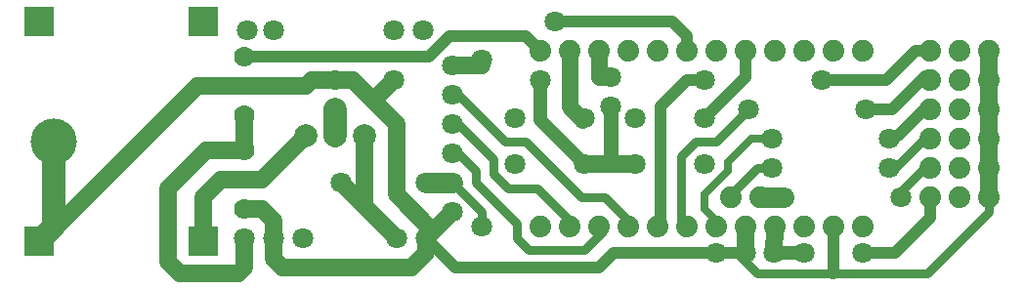
<source format=gtl>
G04 ---------------------------- Layer name :TOP LAYER*
G04 EasyEDA v5.7.26, Thu, 04 Oct 2018 07:00:36 GMT*
G04 bab801e3e9994df8b30bbc7ea68d8503*
G04 Gerber Generator version 0.2*
G04 Scale: 100 percent, Rotated: No, Reflected: No *
G04 Dimensions in millimeters *
G04 leading zeros omitted , absolute positions ,3 integer and 3 decimal *
%FSLAX33Y33*%
%MOMM*%
G90*
G71D02*

%ADD10C,0.499999*%
%ADD11C,0.999998*%
%ADD12C,0.799998*%
%ADD13C,1.499997*%
%ADD14C,1.799996*%
%ADD15C,0.699999*%
%ADD16C,1.399997*%
%ADD17C,1.299997*%
%ADD18C,1.199998*%
%ADD19C,1.999996*%
%ADD20C,1.880006*%
%ADD21C,1.778000*%
%ADD22C,1.879600*%
%ADD23R,2.540000X2.540000*%
%ADD24C,3.999992*%

%LPD*%
G54D11*
G01X79756Y7874D02*
G01X79756Y6096D01*
G01X76708Y3048D01*
G01X73914Y3048D01*
G54D12*
G01X79502Y10668D02*
G01X76962Y8128D01*
G01X79756Y12954D02*
G01X79248Y12954D01*
G01X76454Y10160D01*
G01X76200Y10414D01*
G54D11*
G01X79502Y15748D02*
G01X76962Y13208D01*
G01X79756Y20574D02*
G01X78486Y20574D01*
G01X75946Y18034D01*
G01X70358Y18034D01*
G54D13*
G01X84836Y20574D02*
G01X84836Y18034D01*
G01X84836Y18034D02*
G01X84836Y15494D01*
G01X84836Y15494D02*
G01X84836Y12954D01*
G01X84836Y12954D02*
G01X84836Y10414D01*
G01X84836Y7874D02*
G01X84836Y10414D01*
G01X63754Y5334D02*
G01X63754Y3048D01*
G54D14*
G01X65024Y7874D02*
G01X67056Y7874D01*
G54D11*
G01X79756Y18034D02*
G01X79375Y18415D01*
G01X76454Y15494D01*
G01X74168Y15494D01*
G54D12*
G01X62484Y7874D02*
G01X62357Y8001D01*
G01X64770Y10414D01*
G01X66040Y10414D01*
G54D15*
G01X66040Y12954D02*
G01X64262Y12954D01*
G01X62230Y10922D01*
G01X62230Y10160D01*
G01X60198Y8128D01*
G01X60198Y6858D01*
G01X61468Y5588D01*
G01X61214Y5334D01*
G54D12*
G01X64008Y15494D02*
G01X61214Y12700D01*
G01X59436Y12700D01*
G01X58166Y11430D01*
G01X58166Y5334D01*
G01X58674Y5334D01*
G54D11*
G01X60198Y18034D02*
G01X58674Y18034D01*
G01X56388Y15748D01*
G01X56388Y5588D01*
G01X56134Y5334D01*
G01X60198Y14732D02*
G01X63754Y18288D01*
G01X63754Y20574D01*
G54D16*
G01X49784Y14732D02*
G01X49657Y14605D01*
G01X48514Y15748D01*
G01X48514Y20574D01*
G01X52070Y18288D02*
G01X51054Y18288D01*
G01X51054Y20574D01*
G54D13*
G01X54198Y10731D02*
G01X49784Y10731D01*
G54D17*
G01X52070Y15748D02*
G01X52070Y10815D01*
G01X52011Y10731D01*
G54D12*
G01X38354Y11684D02*
G01X38862Y11684D01*
G01X40386Y10160D01*
G01X40386Y9144D01*
G01X43942Y5588D01*
G01X43942Y4318D01*
G01X44958Y3302D01*
G01X49784Y3302D01*
G01X51435Y4953D01*
G01X51054Y5334D01*
G01X38354Y14224D02*
G01X38862Y14224D01*
G01X41910Y11176D01*
G01X41910Y9906D01*
G01X43180Y8636D01*
G01X45720Y8636D01*
G01X48514Y5842D01*
G01X48514Y5334D01*
G01X38354Y16764D02*
G01X38862Y16764D01*
G01X42926Y12700D01*
G01X44704Y12700D01*
G01X49530Y7874D01*
G01X51562Y7874D01*
G01X53848Y5588D01*
G01X53594Y5334D01*
G54D13*
G01X16764Y4064D02*
G01X16764Y7874D01*
G01X18288Y9398D01*
G01X21844Y9398D01*
G01X25654Y13208D01*
G01X30734Y13208D02*
G01X30734Y7112D01*
G01X33528Y4318D01*
G01X20320Y6858D02*
G01X21844Y6858D01*
G01X22860Y5842D01*
G01X22860Y4318D01*
G01X20320Y11938D02*
G01X17018Y11938D01*
G01X13716Y8636D01*
G01X13716Y2286D01*
G01X14732Y1270D01*
G01X19812Y1270D01*
G01X20320Y1778D01*
G01X20320Y4318D01*
G01X20320Y11938D02*
G01X20320Y14986D01*
G54D11*
G01X20320Y20066D02*
G01X36322Y20066D01*
G01X38100Y21844D01*
G01X44704Y21844D01*
G01X45974Y20574D01*
G54D13*
G01X2540Y4064D02*
G01X2794Y4064D01*
G01X16256Y17526D01*
G01X25654Y17526D01*
G01X26162Y18034D01*
G01X29718Y18034D01*
G01X33528Y14224D01*
G01X33528Y8128D01*
G01X36703Y4953D01*
G01X36068Y4318D01*
G01X38354Y6604D02*
G01X36068Y4318D01*
G01X22860Y4318D02*
G01X22860Y2540D01*
G01X23622Y1778D01*
G01X34798Y1778D01*
G01X36068Y3048D01*
G01X36068Y4318D01*
G54D14*
G01X36068Y9144D02*
G01X38354Y9144D01*
G54D11*
G01X63500Y3048D02*
G01X52324Y3048D01*
G01X51054Y1778D01*
G01X38608Y1778D01*
G01X36068Y4318D01*
G54D12*
G01X40894Y5334D02*
G01X40894Y6604D01*
G01X38354Y9144D01*
G54D18*
G01X45974Y18034D02*
G01X45974Y14541D01*
G01X49784Y10731D01*
G54D13*
G01X33274Y18034D02*
G01X31496Y16256D01*
G01X31496Y16256D01*
G01X28702Y9144D02*
G01X30734Y7112D01*
G54D10*
G01X66212Y3048D02*
G01X68834Y3048D01*
G54D13*
G01X66294Y5334D02*
G01X66294Y5252D01*
G01X66212Y3048D01*
G54D18*
G01X66212Y3048D02*
G01X68834Y3048D01*
G54D11*
G01X47244Y23114D02*
G01X57404Y23114D01*
G01X58674Y21844D01*
G01X58674Y20574D01*
G54D13*
G01X40894Y19812D02*
G01X40894Y19304D01*
G01X38354Y19304D01*
G54D19*
G01X28194Y15494D02*
G01X28194Y13208D01*
G54D12*
G01X61214Y3048D02*
G01X62992Y3048D01*
G01X64770Y1270D01*
G01X79502Y1270D01*
G01X84836Y6604D01*
G01X84836Y7874D01*
G54D11*
G01X71374Y5334D02*
G01X71374Y1270D01*
G01X71264Y1270D01*
G54D19*
G01X3810Y12700D02*
G01X3810Y5334D01*
G01X2540Y4064D01*
G54D20*
G01X65024Y7874D03*
G01X62484Y7874D03*
G54D19*
G01X30734Y13208D03*
G01X28194Y13208D03*
G01X25654Y13208D03*
G54D21*
G01X20320Y6858D03*
G01X20320Y11938D03*
G01X20320Y14986D03*
G01X20320Y20066D03*
G54D14*
G01X61214Y3048D03*
G01X66212Y3048D03*
G01X52070Y18288D03*
G01X52070Y15748D03*
G01X49784Y14732D03*
G01X43784Y14732D03*
G01X49784Y10731D03*
G01X43784Y10731D03*
G01X60198Y14732D03*
G01X54198Y14732D03*
G01X60198Y10731D03*
G01X54198Y10731D03*
G54D22*
G01X45974Y5334D03*
G01X48514Y5334D03*
G01X51054Y5334D03*
G01X53594Y5334D03*
G01X56134Y5334D03*
G01X58674Y5334D03*
G01X61214Y5334D03*
G01X63754Y5334D03*
G01X66294Y5334D03*
G01X68834Y5334D03*
G01X71374Y5334D03*
G01X73914Y5334D03*
G01X73914Y20574D03*
G01X71374Y20574D03*
G01X68834Y20574D03*
G01X66294Y20574D03*
G01X63754Y20574D03*
G01X61214Y20574D03*
G01X58674Y20574D03*
G01X56134Y20574D03*
G01X53594Y20574D03*
G01X51054Y20574D03*
G01X48514Y20574D03*
G01X45974Y20574D03*
G54D14*
G01X60198Y18034D03*
G01X70358Y18034D03*
G01X64008Y15494D03*
G01X74168Y15494D03*
G01X66040Y12954D03*
G01X76200Y12954D03*
G01X66040Y10414D03*
G01X76200Y10414D03*
G01X67056Y7874D03*
G01X77216Y7874D03*
G01X63754Y3048D03*
G01X73914Y3048D03*
G54D22*
G01X79756Y20574D03*
G01X82296Y20574D03*
G01X84836Y20574D03*
G01X79756Y18034D03*
G01X82296Y18034D03*
G01X84836Y18034D03*
G01X79756Y15494D03*
G01X82296Y15494D03*
G01X84836Y15494D03*
G01X79756Y12954D03*
G01X82296Y12954D03*
G01X84836Y12954D03*
G01X79756Y10414D03*
G01X82296Y10414D03*
G01X84836Y10414D03*
G01X79756Y7874D03*
G01X82296Y7874D03*
G01X84836Y7874D03*
G54D14*
G01X20574Y22352D03*
G01X22860Y22352D03*
G01X33274Y22352D03*
G01X35814Y22352D03*
G01X20320Y4318D03*
G01X22860Y4318D03*
G01X25400Y4318D03*
G01X33528Y4318D03*
G01X36068Y4318D03*
G54D23*
G01X2540Y4064D03*
G01X16764Y4064D03*
G01X2540Y23114D03*
G01X16764Y23114D03*
G54D14*
G01X38354Y19304D03*
G01X38354Y16764D03*
G01X38354Y14224D03*
G01X38354Y11684D03*
G01X38354Y9144D03*
G01X38354Y6604D03*
G01X28702Y9144D03*
G01X36068Y9144D03*
G01X40894Y5334D03*
G01X45974Y18034D03*
G01X33274Y18034D03*
G01X68834Y3048D03*
G01X47244Y23114D03*
G01X40894Y19812D03*
G01X28194Y18034D03*
G01X28194Y15494D03*
G54D24*
G01X3810Y12700D03*
M00*
M02*

</source>
